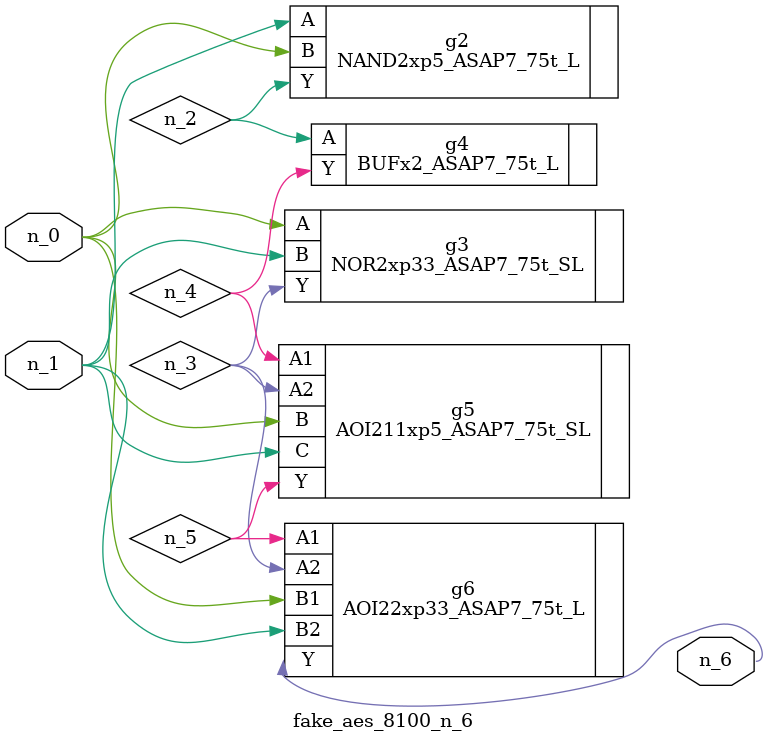
<source format=v>
module fake_aes_8100_n_6 (n_1, n_0, n_6);
input n_1;
input n_0;
output n_6;
wire n_2;
wire n_4;
wire n_3;
wire n_5;
NAND2xp5_ASAP7_75t_L g2 ( .A(n_1), .B(n_0), .Y(n_2) );
NOR2xp33_ASAP7_75t_SL g3 ( .A(n_0), .B(n_1), .Y(n_3) );
BUFx2_ASAP7_75t_L g4 ( .A(n_2), .Y(n_4) );
AOI211xp5_ASAP7_75t_SL g5 ( .A1(n_4), .A2(n_3), .B(n_0), .C(n_1), .Y(n_5) );
AOI22xp33_ASAP7_75t_L g6 ( .A1(n_5), .A2(n_3), .B1(n_0), .B2(n_1), .Y(n_6) );
endmodule
</source>
